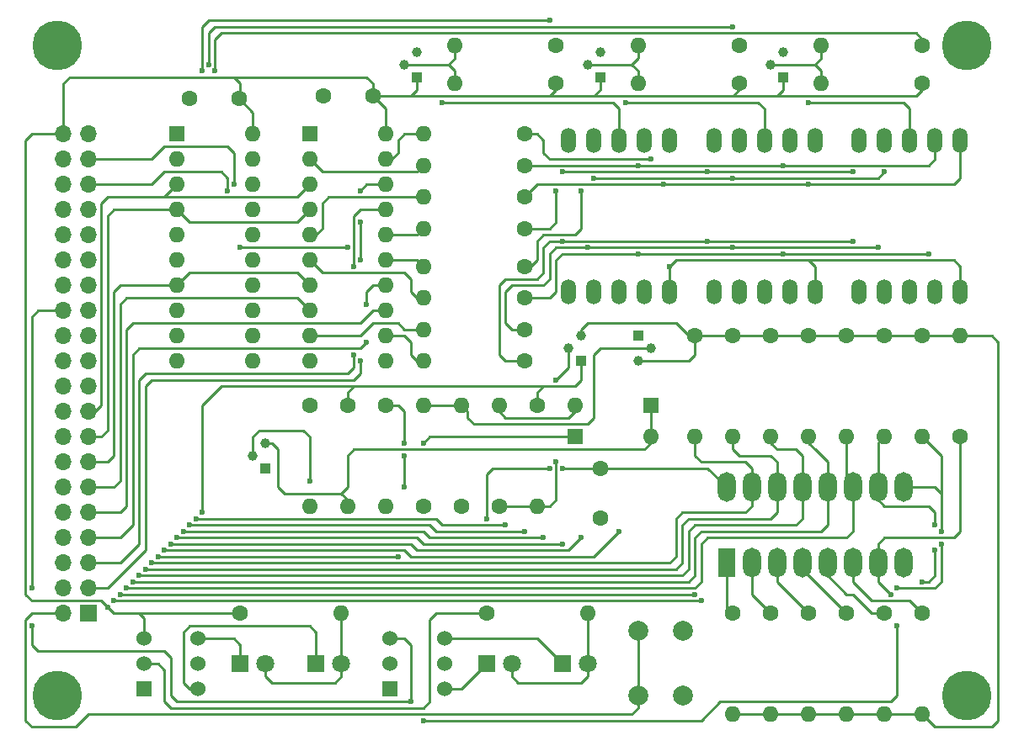
<source format=gtl>
G04 #@! TF.FileFunction,Copper,L1,Top,Signal*
%FSLAX46Y46*%
G04 Gerber Fmt 4.6, Leading zero omitted, Abs format (unit mm)*
G04 Created by KiCad (PCBNEW 4.0.7) date 01/07/20 16:11:13*
%MOMM*%
%LPD*%
G01*
G04 APERTURE LIST*
%ADD10C,0.100000*%
%ADD11R,1.700000X1.700000*%
%ADD12O,1.700000X1.700000*%
%ADD13C,5.000000*%
%ADD14C,1.600000*%
%ADD15O,1.524000X2.524000*%
%ADD16R,1.800000X1.800000*%
%ADD17C,1.800000*%
%ADD18C,1.000000*%
%ADD19R,1.000000X1.000000*%
%ADD20O,1.600000X1.600000*%
%ADD21C,2.000000*%
%ADD22R,1.600000X1.600000*%
%ADD23C,1.524000*%
%ADD24R,1.524000X1.524000*%
%ADD25R,1.800000X3.000000*%
%ADD26O,1.800000X3.000000*%
%ADD27C,0.600000*%
%ADD28C,0.250000*%
G04 APERTURE END LIST*
D10*
D11*
X107315000Y-132080000D03*
D12*
X104775000Y-132080000D03*
X107315000Y-129540000D03*
X104775000Y-129540000D03*
X107315000Y-127000000D03*
X104775000Y-127000000D03*
X107315000Y-124460000D03*
X104775000Y-124460000D03*
X107315000Y-121920000D03*
X104775000Y-121920000D03*
X107315000Y-119380000D03*
X104775000Y-119380000D03*
X107315000Y-116840000D03*
X104775000Y-116840000D03*
X107315000Y-114300000D03*
X104775000Y-114300000D03*
X107315000Y-111760000D03*
X104775000Y-111760000D03*
X107315000Y-109220000D03*
X104775000Y-109220000D03*
X107315000Y-106680000D03*
X104775000Y-106680000D03*
X107315000Y-104140000D03*
X104775000Y-104140000D03*
X107315000Y-101600000D03*
X104775000Y-101600000D03*
X107315000Y-99060000D03*
X104775000Y-99060000D03*
X107315000Y-96520000D03*
X104775000Y-96520000D03*
X107315000Y-93980000D03*
X104775000Y-93980000D03*
X107315000Y-91440000D03*
X104775000Y-91440000D03*
X107315000Y-88900000D03*
X104775000Y-88900000D03*
X107315000Y-86360000D03*
X104775000Y-86360000D03*
X107315000Y-83820000D03*
X104775000Y-83820000D03*
D13*
X104140000Y-140335000D03*
X195580000Y-140335000D03*
X195580000Y-74930000D03*
X104140000Y-74930000D03*
D14*
X135890000Y-80010000D03*
X130890000Y-80010000D03*
X122428000Y-80264000D03*
X117428000Y-80264000D03*
X158750000Y-117475000D03*
X158750000Y-122475000D03*
D15*
X155575000Y-99695000D03*
X158115000Y-99695000D03*
X160655000Y-99695000D03*
X163195000Y-99695000D03*
X165735000Y-99695000D03*
X165735000Y-84455000D03*
X163195000Y-84455000D03*
X160655000Y-84455000D03*
X158115000Y-84455000D03*
X155575000Y-84455000D03*
X170180000Y-99695000D03*
X172720000Y-99695000D03*
X175260000Y-99695000D03*
X177800000Y-99695000D03*
X180340000Y-99695000D03*
X180340000Y-84455000D03*
X177800000Y-84455000D03*
X175260000Y-84455000D03*
X172720000Y-84455000D03*
X170180000Y-84455000D03*
D16*
X154940000Y-137160000D03*
D17*
X157480000Y-137160000D03*
D18*
X139065000Y-76835000D03*
X140335000Y-75565000D03*
D19*
X140335000Y-78105000D03*
D18*
X157480000Y-76835000D03*
X158750000Y-75565000D03*
D19*
X158750000Y-78105000D03*
D18*
X175895000Y-76835000D03*
X177165000Y-75565000D03*
D19*
X177165000Y-78105000D03*
D18*
X123825000Y-116205000D03*
X125095000Y-114935000D03*
D19*
X125095000Y-117475000D03*
D18*
X155575000Y-105410000D03*
X156845000Y-104140000D03*
D19*
X156845000Y-106680000D03*
D14*
X151130000Y-86995000D03*
D20*
X140970000Y-86995000D03*
D14*
X151130000Y-90170000D03*
D20*
X140970000Y-90170000D03*
D14*
X151130000Y-100330000D03*
D20*
X140970000Y-100330000D03*
D14*
X151130000Y-103505000D03*
D20*
X140970000Y-103505000D03*
D14*
X151130000Y-106680000D03*
D20*
X140970000Y-106680000D03*
D14*
X151130000Y-97155000D03*
D20*
X140970000Y-97155000D03*
D14*
X151130000Y-93345000D03*
D20*
X140970000Y-93345000D03*
D14*
X151130000Y-83820000D03*
D20*
X140970000Y-83820000D03*
D14*
X172720000Y-78740000D03*
D20*
X162560000Y-78740000D03*
D14*
X172720000Y-74930000D03*
D20*
X162560000Y-74930000D03*
D14*
X191135000Y-78740000D03*
D20*
X180975000Y-78740000D03*
D14*
X191135000Y-74930000D03*
D20*
X180975000Y-74930000D03*
D14*
X172085000Y-132080000D03*
D20*
X172085000Y-142240000D03*
D14*
X175895000Y-132080000D03*
D20*
X175895000Y-142240000D03*
D14*
X179705000Y-132080000D03*
D20*
X179705000Y-142240000D03*
D14*
X183515000Y-132080000D03*
D20*
X183515000Y-142240000D03*
D14*
X187325000Y-132080000D03*
D20*
X187325000Y-142240000D03*
D14*
X191135000Y-132080000D03*
D20*
X191135000Y-142240000D03*
D14*
X168275000Y-104140000D03*
D20*
X168275000Y-114300000D03*
D14*
X172085000Y-104140000D03*
D20*
X172085000Y-114300000D03*
D14*
X175895000Y-104140000D03*
D20*
X175895000Y-114300000D03*
D14*
X179705000Y-104140000D03*
D20*
X179705000Y-114300000D03*
D14*
X183515000Y-104140000D03*
D20*
X183515000Y-114300000D03*
D14*
X187325000Y-104140000D03*
D20*
X187325000Y-114300000D03*
D14*
X191135000Y-104140000D03*
D20*
X191135000Y-114300000D03*
D14*
X194945000Y-114300000D03*
D20*
X194945000Y-104140000D03*
D21*
X167060000Y-140335000D03*
X162560000Y-140335000D03*
X167060000Y-133835000D03*
X162560000Y-133835000D03*
D22*
X129540000Y-83820000D03*
D20*
X137160000Y-106680000D03*
X129540000Y-86360000D03*
X137160000Y-104140000D03*
X129540000Y-88900000D03*
X137160000Y-101600000D03*
X129540000Y-91440000D03*
X137160000Y-99060000D03*
X129540000Y-93980000D03*
X137160000Y-96520000D03*
X129540000Y-96520000D03*
X137160000Y-93980000D03*
X129540000Y-99060000D03*
X137160000Y-91440000D03*
X129540000Y-101600000D03*
X137160000Y-88900000D03*
X129540000Y-104140000D03*
X137160000Y-86360000D03*
X129540000Y-106680000D03*
X137160000Y-83820000D03*
D14*
X154305000Y-78740000D03*
D20*
X144145000Y-78740000D03*
D14*
X154305000Y-74930000D03*
D20*
X144145000Y-74930000D03*
D14*
X147320000Y-132080000D03*
D20*
X157480000Y-132080000D03*
D14*
X122555000Y-132080000D03*
D20*
X132715000Y-132080000D03*
D15*
X184785000Y-99695000D03*
X187325000Y-99695000D03*
X189865000Y-99695000D03*
X192405000Y-99695000D03*
X194945000Y-99695000D03*
X194945000Y-84455000D03*
X192405000Y-84455000D03*
X189865000Y-84455000D03*
X187325000Y-84455000D03*
X184785000Y-84455000D03*
D18*
X163830000Y-105410000D03*
X162560000Y-106680000D03*
D19*
X162560000Y-104140000D03*
D14*
X137160000Y-111125000D03*
D20*
X137160000Y-121285000D03*
D14*
X129540000Y-111125000D03*
D20*
X129540000Y-121285000D03*
D14*
X133350000Y-111125000D03*
D20*
X133350000Y-121285000D03*
D14*
X148590000Y-121285000D03*
D20*
X148590000Y-111125000D03*
D14*
X140970000Y-121285000D03*
D20*
X140970000Y-111125000D03*
D14*
X152400000Y-111125000D03*
D20*
X152400000Y-121285000D03*
D14*
X144780000Y-121285000D03*
D20*
X144780000Y-111125000D03*
D23*
X137610000Y-134620000D03*
X137610000Y-137160000D03*
D24*
X137610000Y-139700000D03*
D23*
X143060000Y-139700000D03*
X143060000Y-137160000D03*
X143060000Y-134620000D03*
X112845000Y-134620000D03*
X112845000Y-137160000D03*
D24*
X112845000Y-139700000D03*
D23*
X118295000Y-139700000D03*
X118295000Y-137160000D03*
X118295000Y-134620000D03*
D22*
X116205000Y-83820000D03*
D20*
X123825000Y-106680000D03*
X116205000Y-86360000D03*
X123825000Y-104140000D03*
X116205000Y-88900000D03*
X123825000Y-101600000D03*
X116205000Y-91440000D03*
X123825000Y-99060000D03*
X116205000Y-93980000D03*
X123825000Y-96520000D03*
X116205000Y-96520000D03*
X123825000Y-93980000D03*
X116205000Y-99060000D03*
X123825000Y-91440000D03*
X116205000Y-101600000D03*
X123825000Y-88900000D03*
X116205000Y-104140000D03*
X123825000Y-86360000D03*
X116205000Y-106680000D03*
X123825000Y-83820000D03*
D16*
X147320000Y-137160000D03*
D17*
X149860000Y-137160000D03*
D16*
X130175000Y-137160000D03*
D17*
X132715000Y-137160000D03*
D16*
X122555000Y-137160000D03*
D17*
X125095000Y-137160000D03*
D22*
X163830000Y-111125000D03*
D20*
X156210000Y-111125000D03*
D22*
X156210000Y-114300000D03*
D20*
X163830000Y-114300000D03*
D25*
X171450000Y-127000000D03*
D26*
X189230000Y-119380000D03*
X173990000Y-127000000D03*
X186690000Y-119380000D03*
X176530000Y-127000000D03*
X184150000Y-119380000D03*
X179070000Y-127000000D03*
X181610000Y-119380000D03*
X181610000Y-127000000D03*
X179070000Y-119380000D03*
X184150000Y-127000000D03*
X176530000Y-119380000D03*
X186690000Y-127000000D03*
X173990000Y-119380000D03*
X189230000Y-127000000D03*
X171450000Y-119380000D03*
D27*
X109220000Y-131445000D03*
X118745000Y-121920000D03*
X169545000Y-94615000D03*
X154940000Y-94615000D03*
X184150000Y-94615000D03*
X172085000Y-95250000D03*
X186690000Y-95250000D03*
X157480000Y-95250000D03*
X142875000Y-80645000D03*
X191770000Y-95885000D03*
X177165000Y-95885000D03*
X162560000Y-95885000D03*
X179705000Y-88900000D03*
X165100000Y-88900000D03*
X177165000Y-86995000D03*
X162560000Y-86995000D03*
X158115000Y-88265000D03*
X156845000Y-89535000D03*
X187325000Y-87630000D03*
X172085000Y-88265000D03*
X154940000Y-87630000D03*
X154305000Y-89535000D03*
X184150000Y-87630000D03*
X169545000Y-87630000D03*
X161290000Y-80645000D03*
X134620000Y-89535000D03*
X134620000Y-92710000D03*
X134620000Y-96520000D03*
X134620000Y-106680000D03*
X133985000Y-97155000D03*
X133985000Y-106045000D03*
X135255000Y-100965000D03*
X135255000Y-104775000D03*
X168910000Y-130810000D03*
X193040000Y-123825000D03*
X193040000Y-125095000D03*
X109855000Y-130810000D03*
X188595000Y-129540000D03*
X168275000Y-130175000D03*
X110490000Y-130175000D03*
X192405000Y-123190000D03*
X192405000Y-125730000D03*
X191135000Y-128905000D03*
X138430000Y-126365000D03*
X139065000Y-119380000D03*
X139065000Y-116205000D03*
X114300000Y-126365000D03*
X139065000Y-114935000D03*
X101600000Y-129540000D03*
X101600000Y-133350000D03*
X139700000Y-140970000D03*
X188595000Y-133350000D03*
X140970000Y-142875000D03*
X187960000Y-130175000D03*
X160655000Y-123825000D03*
X114935000Y-125730000D03*
X115570000Y-125095000D03*
X156845000Y-124460000D03*
X116205000Y-124460000D03*
X154940000Y-125095000D03*
X116840000Y-123825000D03*
X153035000Y-124460000D03*
X117475000Y-123190000D03*
X151130000Y-123825000D03*
X121920000Y-88900000D03*
X122555000Y-95250000D03*
X133350000Y-95250000D03*
X149225000Y-123190000D03*
X118110000Y-122555000D03*
X129540000Y-118745000D03*
X153670000Y-72390000D03*
X118745000Y-77470000D03*
X165735000Y-97155000D03*
X163830000Y-86360000D03*
X179705000Y-80645000D03*
X147320000Y-122555000D03*
X154940000Y-117475000D03*
X153670000Y-117475000D03*
X111125000Y-129540000D03*
X111760000Y-128905000D03*
X112395000Y-128270000D03*
X113030000Y-127635000D03*
X113665000Y-127000000D03*
X121285000Y-89535000D03*
X154305000Y-108585000D03*
X154305000Y-116840000D03*
X172085000Y-73025000D03*
X119380000Y-76835000D03*
X120015000Y-77470000D03*
X140970000Y-114935000D03*
D28*
X133985000Y-109220000D02*
X120650000Y-109220000D01*
X118745000Y-111125000D02*
X118745000Y-121920000D01*
X120650000Y-109220000D02*
X118745000Y-111125000D01*
X100965000Y-127635000D02*
X100965000Y-84455000D01*
X100965000Y-84455000D02*
X101600000Y-83820000D01*
X101600000Y-83820000D02*
X104775000Y-83820000D01*
X102235000Y-130810000D02*
X101600000Y-130810000D01*
X109220000Y-131445000D02*
X108585000Y-130810000D01*
X108585000Y-130810000D02*
X102235000Y-130810000D01*
X100965000Y-130175000D02*
X100965000Y-127635000D01*
X101600000Y-130810000D02*
X100965000Y-130175000D01*
X109855000Y-132080000D02*
X109220000Y-131445000D01*
X112395000Y-132080000D02*
X109855000Y-132080000D01*
X112395000Y-132080000D02*
X113665000Y-132080000D01*
X112845000Y-132900000D02*
X112845000Y-132530000D01*
X112845000Y-132530000D02*
X112395000Y-132080000D01*
X153035000Y-109220000D02*
X133985000Y-109220000D01*
X133350000Y-109855000D02*
X133350000Y-111125000D01*
X133985000Y-109220000D02*
X133350000Y-109855000D01*
X152400000Y-111125000D02*
X152400000Y-109855000D01*
X156845000Y-108585000D02*
X156845000Y-106680000D01*
X156210000Y-109220000D02*
X156845000Y-108585000D01*
X153035000Y-109220000D02*
X156210000Y-109220000D01*
X152400000Y-109855000D02*
X153035000Y-109220000D01*
X112845000Y-134620000D02*
X112845000Y-132900000D01*
X113665000Y-132080000D02*
X115570000Y-132080000D01*
X122555000Y-132080000D02*
X115570000Y-132080000D01*
X138430000Y-80010000D02*
X135890000Y-80010000D01*
X137160000Y-83820000D02*
X137160000Y-81280000D01*
X137160000Y-81280000D02*
X135890000Y-80010000D01*
X123825000Y-83820000D02*
X123825000Y-81661000D01*
X123825000Y-81661000D02*
X122428000Y-80264000D01*
X120015000Y-78105000D02*
X105410000Y-78105000D01*
X105410000Y-78105000D02*
X104775000Y-78740000D01*
X104775000Y-78740000D02*
X104775000Y-83820000D01*
X121920000Y-78105000D02*
X120015000Y-78105000D01*
X138430000Y-80010000D02*
X139700000Y-80010000D01*
X140335000Y-79375000D02*
X139700000Y-80010000D01*
X140335000Y-78105000D02*
X140335000Y-79375000D01*
X140970000Y-80010000D02*
X139700000Y-80010000D01*
X140970000Y-80010000D02*
X153670000Y-80010000D01*
X135255000Y-78105000D02*
X135890000Y-78740000D01*
X135890000Y-78740000D02*
X135890000Y-80010000D01*
X121920000Y-78105000D02*
X122555000Y-78740000D01*
X122555000Y-78740000D02*
X122555000Y-80137000D01*
X122555000Y-80137000D02*
X122428000Y-80264000D01*
X135255000Y-78105000D02*
X121920000Y-78105000D01*
X177165000Y-79375000D02*
X176530000Y-80010000D01*
X158750000Y-79375000D02*
X158115000Y-80010000D01*
X154305000Y-78740000D02*
X154305000Y-79375000D01*
X154305000Y-79375000D02*
X153670000Y-80010000D01*
X153670000Y-80010000D02*
X158115000Y-80010000D01*
X158115000Y-80010000D02*
X159385000Y-80010000D01*
X172720000Y-78740000D02*
X172720000Y-79375000D01*
X172720000Y-79375000D02*
X172085000Y-80010000D01*
X158750000Y-78105000D02*
X158750000Y-79375000D01*
X159385000Y-80010000D02*
X172085000Y-80010000D01*
X172085000Y-80010000D02*
X176530000Y-80010000D01*
X176530000Y-80010000D02*
X177800000Y-80010000D01*
X177165000Y-78105000D02*
X177165000Y-79375000D01*
X190500000Y-80010000D02*
X191135000Y-79375000D01*
X177800000Y-80010000D02*
X190500000Y-80010000D01*
X191135000Y-79375000D02*
X191135000Y-78740000D01*
X151765000Y-98425000D02*
X152400000Y-98425000D01*
X153035000Y-95250000D02*
X153670000Y-94615000D01*
X153035000Y-97790000D02*
X153035000Y-95250000D01*
X152400000Y-98425000D02*
X153035000Y-97790000D01*
X149225000Y-98425000D02*
X148590000Y-99060000D01*
X151765000Y-98425000D02*
X149225000Y-98425000D01*
X148590000Y-106045000D02*
X149225000Y-106680000D01*
X148590000Y-106045000D02*
X148590000Y-99060000D01*
X151130000Y-106680000D02*
X149225000Y-106680000D01*
X153670000Y-94615000D02*
X154940000Y-94615000D01*
X154940000Y-94615000D02*
X169545000Y-94615000D01*
X169545000Y-94615000D02*
X184150000Y-94615000D01*
X152400000Y-99060000D02*
X153035000Y-99060000D01*
X153670000Y-95885000D02*
X154305000Y-95250000D01*
X153670000Y-98425000D02*
X153670000Y-95885000D01*
X153035000Y-99060000D02*
X153670000Y-98425000D01*
X149860000Y-99060000D02*
X149225000Y-99695000D01*
X152400000Y-99060000D02*
X149860000Y-99060000D01*
X182880000Y-95250000D02*
X186690000Y-95250000D01*
X157480000Y-95250000D02*
X172085000Y-95250000D01*
X172085000Y-95250000D02*
X182880000Y-95250000D01*
X151130000Y-103505000D02*
X149860000Y-103505000D01*
X149225000Y-102870000D02*
X149225000Y-99695000D01*
X149860000Y-103505000D02*
X149225000Y-102870000D01*
X154305000Y-95250000D02*
X157480000Y-95250000D01*
X160655000Y-81280000D02*
X160655000Y-84455000D01*
X160020000Y-80645000D02*
X160655000Y-81280000D01*
X142875000Y-80645000D02*
X160020000Y-80645000D01*
X153035000Y-100330000D02*
X153670000Y-100330000D01*
X154305000Y-96520000D02*
X154940000Y-95885000D01*
X154305000Y-99695000D02*
X154305000Y-96520000D01*
X153670000Y-100330000D02*
X154305000Y-99695000D01*
X177165000Y-95885000D02*
X191770000Y-95885000D01*
X162560000Y-95885000D02*
X177165000Y-95885000D01*
X151130000Y-100330000D02*
X153035000Y-100330000D01*
X154940000Y-95885000D02*
X162560000Y-95885000D01*
X163195000Y-88900000D02*
X152400000Y-88900000D01*
X165100000Y-88900000D02*
X163195000Y-88900000D01*
X152400000Y-88900000D02*
X151130000Y-90170000D01*
X179705000Y-88900000D02*
X194310000Y-88900000D01*
X194945000Y-88265000D02*
X194945000Y-84455000D01*
X194310000Y-88900000D02*
X194945000Y-88265000D01*
X165100000Y-88900000D02*
X179705000Y-88900000D01*
X151130000Y-86995000D02*
X162560000Y-86995000D01*
X162560000Y-86995000D02*
X177165000Y-86995000D01*
X177165000Y-86995000D02*
X191770000Y-86995000D01*
X192405000Y-86360000D02*
X192405000Y-84455000D01*
X191770000Y-86995000D02*
X192405000Y-86360000D01*
X187325000Y-87630000D02*
X186690000Y-88265000D01*
X172085000Y-88265000D02*
X186690000Y-88265000D01*
X158115000Y-88265000D02*
X172085000Y-88265000D01*
X156845000Y-93345000D02*
X156210000Y-93980000D01*
X156845000Y-89535000D02*
X156845000Y-93345000D01*
X151130000Y-97155000D02*
X151765000Y-97155000D01*
X151765000Y-97155000D02*
X152400000Y-96520000D01*
X152400000Y-96520000D02*
X152400000Y-94615000D01*
X152400000Y-94615000D02*
X153035000Y-93980000D01*
X153035000Y-93980000D02*
X156210000Y-93980000D01*
X154940000Y-87630000D02*
X169545000Y-87630000D01*
X153670000Y-93345000D02*
X151130000Y-93345000D01*
X154305000Y-89535000D02*
X154305000Y-92710000D01*
X153670000Y-93345000D02*
X154305000Y-92710000D01*
X169545000Y-87630000D02*
X184150000Y-87630000D01*
X175260000Y-81280000D02*
X175260000Y-84455000D01*
X174625000Y-80645000D02*
X175260000Y-81280000D01*
X161290000Y-80645000D02*
X174625000Y-80645000D01*
X143060000Y-134620000D02*
X152400000Y-134620000D01*
X152400000Y-134620000D02*
X154940000Y-137160000D01*
X157480000Y-137160000D02*
X157480000Y-132080000D01*
X151130000Y-139065000D02*
X150495000Y-139065000D01*
X151130000Y-139065000D02*
X156845000Y-139065000D01*
X156845000Y-139065000D02*
X157480000Y-138430000D01*
X157480000Y-137160000D02*
X157480000Y-138430000D01*
X149860000Y-138430000D02*
X149860000Y-137160000D01*
X150495000Y-139065000D02*
X149860000Y-138430000D01*
X118295000Y-134620000D02*
X121920000Y-134620000D01*
X122555000Y-135255000D02*
X122555000Y-137160000D01*
X121920000Y-134620000D02*
X122555000Y-135255000D01*
X114935000Y-142240000D02*
X107315000Y-142240000D01*
X162560000Y-141605000D02*
X161925000Y-142240000D01*
X161925000Y-142240000D02*
X114935000Y-142240000D01*
X162560000Y-140335000D02*
X162560000Y-141605000D01*
X101600000Y-132080000D02*
X104775000Y-132080000D01*
X100965000Y-132715000D02*
X101600000Y-132080000D01*
X100965000Y-142875000D02*
X100965000Y-132715000D01*
X101600000Y-143510000D02*
X100965000Y-142875000D01*
X106045000Y-143510000D02*
X101600000Y-143510000D01*
X107315000Y-142240000D02*
X106045000Y-143510000D01*
X162560000Y-133835000D02*
X162560000Y-140335000D01*
X113030000Y-125095000D02*
X113030000Y-125730000D01*
X109220000Y-129540000D02*
X107315000Y-129540000D01*
X113030000Y-125730000D02*
X109220000Y-129540000D01*
X133985000Y-108585000D02*
X134620000Y-107950000D01*
X135255000Y-88900000D02*
X137160000Y-88900000D01*
X134620000Y-89535000D02*
X135255000Y-88900000D01*
X134620000Y-96520000D02*
X134620000Y-92710000D01*
X134620000Y-107950000D02*
X134620000Y-106680000D01*
X113665000Y-108585000D02*
X133985000Y-108585000D01*
X113030000Y-125095000D02*
X113030000Y-109220000D01*
X113030000Y-109220000D02*
X113665000Y-108585000D01*
X112395000Y-124460000D02*
X112395000Y-125095000D01*
X110490000Y-127000000D02*
X109855000Y-127000000D01*
X112395000Y-125095000D02*
X110490000Y-127000000D01*
X133350000Y-107950000D02*
X133985000Y-107315000D01*
X134620000Y-91440000D02*
X135255000Y-91440000D01*
X133985000Y-92075000D02*
X134620000Y-91440000D01*
X133985000Y-97155000D02*
X133985000Y-92075000D01*
X133985000Y-107315000D02*
X133985000Y-106045000D01*
X107315000Y-127000000D02*
X109855000Y-127000000D01*
X135255000Y-91440000D02*
X137160000Y-91440000D01*
X113030000Y-107950000D02*
X133350000Y-107950000D01*
X112395000Y-108585000D02*
X113030000Y-107950000D01*
X112395000Y-124460000D02*
X112395000Y-108585000D01*
X111760000Y-123190000D02*
X110490000Y-124460000D01*
X107315000Y-124460000D02*
X110490000Y-124460000D01*
X135890000Y-99060000D02*
X137160000Y-99060000D01*
X135255000Y-99695000D02*
X135890000Y-99060000D01*
X135255000Y-100965000D02*
X135255000Y-99695000D01*
X134620000Y-105410000D02*
X135255000Y-104775000D01*
X112395000Y-105410000D02*
X134620000Y-105410000D01*
X111760000Y-106045000D02*
X112395000Y-105410000D01*
X111760000Y-123190000D02*
X111760000Y-106045000D01*
X189230000Y-119380000D02*
X192405000Y-119380000D01*
X192405000Y-119380000D02*
X193040000Y-120015000D01*
X191135000Y-129540000D02*
X192405000Y-129540000D01*
X193040000Y-116205000D02*
X191770000Y-114935000D01*
X193040000Y-123825000D02*
X193040000Y-120015000D01*
X193040000Y-120015000D02*
X193040000Y-116205000D01*
X193040000Y-128905000D02*
X193040000Y-125095000D01*
X192405000Y-129540000D02*
X193040000Y-128905000D01*
X191770000Y-114935000D02*
X191135000Y-114300000D01*
X120015000Y-130810000D02*
X168910000Y-130810000D01*
X109855000Y-130810000D02*
X120015000Y-130810000D01*
X188595000Y-129540000D02*
X191135000Y-129540000D01*
X127635000Y-102870000D02*
X134620000Y-102870000D01*
X110490000Y-121920000D02*
X111125000Y-121285000D01*
X111125000Y-121285000D02*
X111125000Y-103505000D01*
X111125000Y-103505000D02*
X111760000Y-102870000D01*
X111760000Y-102870000D02*
X127635000Y-102870000D01*
X107315000Y-121920000D02*
X110490000Y-121920000D01*
X135890000Y-101600000D02*
X137160000Y-101600000D01*
X134620000Y-102870000D02*
X135890000Y-101600000D01*
X110490000Y-130175000D02*
X119380000Y-130175000D01*
X119380000Y-130175000D02*
X168275000Y-130175000D01*
X186690000Y-119380000D02*
X186690000Y-114935000D01*
X186690000Y-114935000D02*
X187325000Y-114300000D01*
X187325000Y-121285000D02*
X186690000Y-120650000D01*
X191770000Y-121285000D02*
X187325000Y-121285000D01*
X192405000Y-121920000D02*
X191770000Y-121285000D01*
X192405000Y-123190000D02*
X192405000Y-121920000D01*
X192405000Y-128270000D02*
X192405000Y-125730000D01*
X191770000Y-128905000D02*
X192405000Y-128270000D01*
X191135000Y-128905000D02*
X191770000Y-128905000D01*
X186690000Y-120650000D02*
X186690000Y-119380000D01*
X187325000Y-118745000D02*
X186690000Y-119380000D01*
X186690000Y-119380000D02*
X186690000Y-118745000D01*
X107315000Y-119380000D02*
X109855000Y-119380000D01*
X128270000Y-100330000D02*
X129540000Y-101600000D01*
X111125000Y-100330000D02*
X128270000Y-100330000D01*
X110490000Y-100965000D02*
X111125000Y-100330000D01*
X110490000Y-118745000D02*
X110490000Y-100965000D01*
X109855000Y-119380000D02*
X110490000Y-118745000D01*
X107315000Y-116840000D02*
X109220000Y-116840000D01*
X110490000Y-99060000D02*
X116205000Y-99060000D01*
X109855000Y-99695000D02*
X110490000Y-99060000D01*
X109855000Y-116205000D02*
X109855000Y-99695000D01*
X109220000Y-116840000D02*
X109855000Y-116205000D01*
X116205000Y-99060000D02*
X117475000Y-97790000D01*
X128270000Y-97790000D02*
X129540000Y-99060000D01*
X117475000Y-97790000D02*
X128270000Y-97790000D01*
X116205000Y-91440000D02*
X117475000Y-92710000D01*
X128270000Y-92710000D02*
X129540000Y-91440000D01*
X117475000Y-92710000D02*
X128270000Y-92710000D01*
X107315000Y-114300000D02*
X108585000Y-114300000D01*
X109855000Y-91440000D02*
X116205000Y-91440000D01*
X109220000Y-92075000D02*
X109855000Y-91440000D01*
X109220000Y-113665000D02*
X109220000Y-92075000D01*
X108585000Y-114300000D02*
X109220000Y-113665000D01*
X114935000Y-90170000D02*
X128270000Y-90170000D01*
X128270000Y-90170000D02*
X129540000Y-88900000D01*
X116205000Y-88900000D02*
X114935000Y-90170000D01*
X109220000Y-90170000D02*
X108585000Y-90805000D01*
X114935000Y-90170000D02*
X109220000Y-90170000D01*
X107315000Y-111760000D02*
X107950000Y-111760000D01*
X107950000Y-111760000D02*
X108585000Y-111125000D01*
X108585000Y-111125000D02*
X108585000Y-90805000D01*
X139065000Y-119380000D02*
X139065000Y-116205000D01*
X118110000Y-126365000D02*
X138430000Y-126365000D01*
X114300000Y-126365000D02*
X118110000Y-126365000D01*
X138430000Y-111125000D02*
X137160000Y-111125000D01*
X139065000Y-111760000D02*
X138430000Y-111125000D01*
X139065000Y-114935000D02*
X139065000Y-111760000D01*
X139700000Y-140970000D02*
X116205000Y-140970000D01*
X102235000Y-101600000D02*
X104775000Y-101600000D01*
X101600000Y-102235000D02*
X102235000Y-101600000D01*
X101600000Y-129540000D02*
X101600000Y-102235000D01*
X101600000Y-135255000D02*
X101600000Y-133350000D01*
X102235000Y-135890000D02*
X101600000Y-135255000D01*
X114935000Y-135890000D02*
X102235000Y-135890000D01*
X115570000Y-136525000D02*
X114935000Y-135890000D01*
X115570000Y-140335000D02*
X115570000Y-136525000D01*
X116205000Y-140970000D02*
X115570000Y-140335000D01*
X139700000Y-135255000D02*
X139065000Y-134620000D01*
X139700000Y-140970000D02*
X139700000Y-135255000D01*
X188595000Y-139700000D02*
X188595000Y-140335000D01*
X187960000Y-140970000D02*
X170815000Y-140970000D01*
X188595000Y-140335000D02*
X187960000Y-140970000D01*
X188595000Y-133350000D02*
X188595000Y-139700000D01*
X161290000Y-142875000D02*
X168910000Y-142875000D01*
X140970000Y-142875000D02*
X161290000Y-142875000D01*
X137610000Y-134620000D02*
X138430000Y-134620000D01*
X139065000Y-134620000D02*
X138430000Y-134620000D01*
X168910000Y-142875000D02*
X170815000Y-140970000D01*
X186690000Y-128905000D02*
X186690000Y-127000000D01*
X187960000Y-130175000D02*
X186690000Y-128905000D01*
X186690000Y-127000000D02*
X186690000Y-125095000D01*
X194945000Y-123825000D02*
X194945000Y-114300000D01*
X194310000Y-124460000D02*
X194945000Y-123825000D01*
X187325000Y-124460000D02*
X194310000Y-124460000D01*
X186690000Y-125095000D02*
X187325000Y-124460000D01*
X160655000Y-123825000D02*
X158115000Y-126365000D01*
X158115000Y-126365000D02*
X153035000Y-126365000D01*
X121285000Y-125730000D02*
X139065000Y-125730000D01*
X114935000Y-125730000D02*
X121285000Y-125730000D01*
X139700000Y-126365000D02*
X153035000Y-126365000D01*
X139065000Y-125730000D02*
X139700000Y-126365000D01*
X187325000Y-130810000D02*
X186055000Y-130810000D01*
X186055000Y-130810000D02*
X184785000Y-129540000D01*
X187325000Y-130810000D02*
X189865000Y-130810000D01*
X191135000Y-132080000D02*
X189865000Y-130810000D01*
X184150000Y-127000000D02*
X184150000Y-128905000D01*
X184150000Y-128905000D02*
X184785000Y-129540000D01*
X139700000Y-125095000D02*
X140335000Y-125730000D01*
X140335000Y-125730000D02*
X152400000Y-125730000D01*
X115570000Y-125095000D02*
X119380000Y-125095000D01*
X119380000Y-125095000D02*
X139700000Y-125095000D01*
X155575000Y-125730000D02*
X152400000Y-125730000D01*
X156845000Y-124460000D02*
X155575000Y-125730000D01*
X187325000Y-132080000D02*
X186055000Y-132080000D01*
X186055000Y-132080000D02*
X184150000Y-130175000D01*
X181610000Y-127000000D02*
X181610000Y-128270000D01*
X181610000Y-128270000D02*
X183515000Y-130175000D01*
X183515000Y-130175000D02*
X184150000Y-130175000D01*
X140335000Y-124460000D02*
X140970000Y-125095000D01*
X140970000Y-125095000D02*
X151765000Y-125095000D01*
X116205000Y-124460000D02*
X118110000Y-124460000D01*
X118110000Y-124460000D02*
X140335000Y-124460000D01*
X154940000Y-125095000D02*
X151765000Y-125095000D01*
X179070000Y-127000000D02*
X179070000Y-127635000D01*
X179070000Y-127635000D02*
X183515000Y-132080000D01*
X140970000Y-123825000D02*
X141605000Y-124460000D01*
X141605000Y-124460000D02*
X151130000Y-124460000D01*
X116840000Y-123825000D02*
X118110000Y-123825000D01*
X118110000Y-123825000D02*
X140970000Y-123825000D01*
X153035000Y-124460000D02*
X151130000Y-124460000D01*
X176530000Y-127000000D02*
X176530000Y-128905000D01*
X176530000Y-128905000D02*
X179705000Y-132080000D01*
X141605000Y-123190000D02*
X142240000Y-123825000D01*
X142240000Y-123825000D02*
X150495000Y-123825000D01*
X117475000Y-123190000D02*
X141605000Y-123190000D01*
X151130000Y-123825000D02*
X150495000Y-123825000D01*
X173990000Y-127000000D02*
X173990000Y-130175000D01*
X173990000Y-130175000D02*
X175895000Y-132080000D01*
X121920000Y-88900000D02*
X121920000Y-85725000D01*
X133350000Y-95250000D02*
X122555000Y-95250000D01*
X121920000Y-85725000D02*
X121285000Y-85090000D01*
X121285000Y-85090000D02*
X118110000Y-85090000D01*
X107315000Y-86360000D02*
X113665000Y-86360000D01*
X114935000Y-85090000D02*
X118110000Y-85090000D01*
X113665000Y-86360000D02*
X114935000Y-85090000D01*
X118110000Y-122555000D02*
X142240000Y-122555000D01*
X142240000Y-122555000D02*
X142875000Y-123190000D01*
X142875000Y-123190000D02*
X149225000Y-123190000D01*
X171450000Y-127000000D02*
X171450000Y-131445000D01*
X171450000Y-131445000D02*
X172085000Y-132080000D01*
X143510000Y-76835000D02*
X144145000Y-77470000D01*
X144145000Y-77470000D02*
X144145000Y-78740000D01*
X144145000Y-74930000D02*
X144145000Y-76200000D01*
X143510000Y-76835000D02*
X139065000Y-76835000D01*
X144145000Y-76200000D02*
X143510000Y-76835000D01*
X161925000Y-76835000D02*
X162560000Y-77470000D01*
X161925000Y-76835000D02*
X162560000Y-76200000D01*
X162560000Y-77470000D02*
X162560000Y-78740000D01*
X157480000Y-76835000D02*
X161925000Y-76835000D01*
X162560000Y-76200000D02*
X162560000Y-74930000D01*
X180975000Y-78740000D02*
X180975000Y-77470000D01*
X180975000Y-77470000D02*
X180340000Y-76835000D01*
X175895000Y-76835000D02*
X180340000Y-76835000D01*
X180975000Y-76200000D02*
X180975000Y-74930000D01*
X180340000Y-76835000D02*
X180975000Y-76200000D01*
X123825000Y-116205000D02*
X123825000Y-114300000D01*
X123825000Y-114300000D02*
X124460000Y-113665000D01*
X124460000Y-113665000D02*
X128905000Y-113665000D01*
X128905000Y-113665000D02*
X129540000Y-114300000D01*
X129540000Y-114300000D02*
X129540000Y-118745000D01*
X137160000Y-121920000D02*
X137160000Y-121285000D01*
X137160000Y-120650000D02*
X137160000Y-121285000D01*
X137160000Y-104140000D02*
X139065000Y-104140000D01*
X139700000Y-106045000D02*
X140335000Y-106680000D01*
X139700000Y-104775000D02*
X139700000Y-106045000D01*
X139065000Y-104140000D02*
X139700000Y-104775000D01*
X140335000Y-106680000D02*
X140970000Y-106680000D01*
X137160000Y-96520000D02*
X140335000Y-96520000D01*
X140335000Y-96520000D02*
X140970000Y-97155000D01*
X137160000Y-93980000D02*
X140335000Y-93980000D01*
X140335000Y-93980000D02*
X140970000Y-93345000D01*
X137160000Y-86360000D02*
X137795000Y-86360000D01*
X137795000Y-86360000D02*
X138430000Y-85725000D01*
X138430000Y-85725000D02*
X138430000Y-84455000D01*
X138430000Y-84455000D02*
X139065000Y-83820000D01*
X139065000Y-83820000D02*
X140970000Y-83820000D01*
X153670000Y-72390000D02*
X137795000Y-72390000D01*
X119380000Y-72390000D02*
X137795000Y-72390000D01*
X118745000Y-73025000D02*
X119380000Y-72390000D01*
X118745000Y-77470000D02*
X118745000Y-73025000D01*
X154305000Y-74930000D02*
X154305000Y-74295000D01*
X165735000Y-97155000D02*
X166370000Y-96520000D01*
X151130000Y-83820000D02*
X152400000Y-83820000D01*
X152400000Y-83820000D02*
X153035000Y-84455000D01*
X153035000Y-84455000D02*
X153035000Y-85725000D01*
X153035000Y-85725000D02*
X153670000Y-86360000D01*
X153670000Y-86360000D02*
X163830000Y-86360000D01*
X180340000Y-99695000D02*
X180340000Y-97155000D01*
X180340000Y-97155000D02*
X179705000Y-96520000D01*
X165735000Y-99695000D02*
X165735000Y-97155000D01*
X194945000Y-97155000D02*
X194945000Y-99695000D01*
X194310000Y-96520000D02*
X194945000Y-97155000D01*
X166370000Y-96520000D02*
X179705000Y-96520000D01*
X179705000Y-96520000D02*
X194310000Y-96520000D01*
X189865000Y-81280000D02*
X189865000Y-84455000D01*
X189230000Y-80645000D02*
X189865000Y-81280000D01*
X179705000Y-80645000D02*
X189230000Y-80645000D01*
X147320000Y-122555000D02*
X147320000Y-118110000D01*
X147320000Y-118110000D02*
X147955000Y-117475000D01*
X154940000Y-117475000D02*
X158750000Y-117475000D01*
X147955000Y-117475000D02*
X153670000Y-117475000D01*
X158750000Y-117475000D02*
X169545000Y-117475000D01*
X169545000Y-117475000D02*
X171450000Y-119380000D01*
X114935000Y-140970000D02*
X115570000Y-141605000D01*
X147320000Y-132080000D02*
X142240000Y-132080000D01*
X140970000Y-141605000D02*
X115570000Y-141605000D01*
X141605000Y-140970000D02*
X140970000Y-141605000D01*
X141605000Y-132715000D02*
X141605000Y-140970000D01*
X142240000Y-132080000D02*
X141605000Y-132715000D01*
X114300000Y-137160000D02*
X112845000Y-137160000D01*
X114935000Y-137795000D02*
X114300000Y-137160000D01*
X114935000Y-140970000D02*
X114935000Y-137795000D01*
X143060000Y-139700000D02*
X144780000Y-139700000D01*
X144780000Y-139700000D02*
X147320000Y-137160000D01*
X118295000Y-139700000D02*
X117475000Y-139700000D01*
X130175000Y-133985000D02*
X130175000Y-137160000D01*
X129540000Y-133350000D02*
X130175000Y-133985000D01*
X117475000Y-133350000D02*
X129540000Y-133350000D01*
X116840000Y-133985000D02*
X117475000Y-133350000D01*
X116840000Y-139065000D02*
X116840000Y-133985000D01*
X117475000Y-139700000D02*
X116840000Y-139065000D01*
X132715000Y-137160000D02*
X132715000Y-132080000D01*
X126365000Y-139065000D02*
X125730000Y-139065000D01*
X126365000Y-139065000D02*
X132080000Y-139065000D01*
X132080000Y-139065000D02*
X132715000Y-138430000D01*
X132715000Y-137160000D02*
X132715000Y-138430000D01*
X125095000Y-138430000D02*
X125095000Y-137160000D01*
X125730000Y-139065000D02*
X125095000Y-138430000D01*
X117475000Y-129540000D02*
X168275000Y-129540000D01*
X111125000Y-129540000D02*
X117475000Y-129540000D01*
X184150000Y-123825000D02*
X184150000Y-119380000D01*
X183515000Y-124460000D02*
X184150000Y-123825000D01*
X169545000Y-124460000D02*
X183515000Y-124460000D01*
X168910000Y-125095000D02*
X169545000Y-124460000D01*
X168910000Y-128905000D02*
X168910000Y-125095000D01*
X168275000Y-129540000D02*
X168910000Y-128905000D01*
X183515000Y-114300000D02*
X183515000Y-118745000D01*
X183515000Y-118745000D02*
X184150000Y-119380000D01*
X118745000Y-128905000D02*
X167640000Y-128905000D01*
X111760000Y-128905000D02*
X118745000Y-128905000D01*
X181610000Y-123190000D02*
X181610000Y-119380000D01*
X180975000Y-123825000D02*
X181610000Y-123190000D01*
X168910000Y-123825000D02*
X180975000Y-123825000D01*
X168275000Y-124460000D02*
X168910000Y-123825000D01*
X168275000Y-128270000D02*
X168275000Y-124460000D01*
X167640000Y-128905000D02*
X168275000Y-128270000D01*
X180340000Y-115570000D02*
X181610000Y-116840000D01*
X179705000Y-114300000D02*
X179705000Y-114935000D01*
X179705000Y-114935000D02*
X180340000Y-115570000D01*
X181610000Y-119380000D02*
X181610000Y-116840000D01*
X167005000Y-128270000D02*
X167640000Y-127635000D01*
X167640000Y-127635000D02*
X167640000Y-123825000D01*
X167640000Y-123825000D02*
X168275000Y-123190000D01*
X168275000Y-123190000D02*
X178435000Y-123190000D01*
X178435000Y-123190000D02*
X179070000Y-122555000D01*
X179070000Y-119380000D02*
X179070000Y-122555000D01*
X112395000Y-128270000D02*
X118110000Y-128270000D01*
X118110000Y-128270000D02*
X167005000Y-128270000D01*
X179070000Y-119380000D02*
X179070000Y-116205000D01*
X176530000Y-115570000D02*
X175895000Y-114935000D01*
X178435000Y-115570000D02*
X176530000Y-115570000D01*
X179070000Y-116205000D02*
X178435000Y-115570000D01*
X175895000Y-114935000D02*
X175895000Y-114300000D01*
X118110000Y-127635000D02*
X166370000Y-127635000D01*
X113665000Y-127635000D02*
X118110000Y-127635000D01*
X113030000Y-127635000D02*
X113665000Y-127635000D01*
X176530000Y-121920000D02*
X176530000Y-119380000D01*
X175895000Y-122555000D02*
X176530000Y-121920000D01*
X167640000Y-122555000D02*
X175895000Y-122555000D01*
X167005000Y-123190000D02*
X167640000Y-122555000D01*
X167005000Y-127000000D02*
X167005000Y-123190000D01*
X166370000Y-127635000D02*
X167005000Y-127000000D01*
X176530000Y-119380000D02*
X176530000Y-116840000D01*
X176530000Y-116840000D02*
X175895000Y-116205000D01*
X175895000Y-116205000D02*
X172720000Y-116205000D01*
X172720000Y-116205000D02*
X172085000Y-115570000D01*
X172085000Y-115570000D02*
X172085000Y-114300000D01*
X117475000Y-127000000D02*
X165735000Y-127000000D01*
X114300000Y-127000000D02*
X117475000Y-127000000D01*
X114300000Y-127000000D02*
X113665000Y-127000000D01*
X173990000Y-121285000D02*
X173990000Y-119380000D01*
X173355000Y-121920000D02*
X173990000Y-121285000D01*
X167005000Y-121920000D02*
X173355000Y-121920000D01*
X166370000Y-122555000D02*
X167005000Y-121920000D01*
X166370000Y-126365000D02*
X166370000Y-122555000D01*
X165735000Y-127000000D02*
X166370000Y-126365000D01*
X168275000Y-114300000D02*
X168275000Y-116205000D01*
X173990000Y-117475000D02*
X173990000Y-119380000D01*
X173355000Y-116840000D02*
X173990000Y-117475000D01*
X168910000Y-116840000D02*
X173355000Y-116840000D01*
X168275000Y-116205000D02*
X168910000Y-116840000D01*
X118745000Y-87630000D02*
X120650000Y-87630000D01*
X113665000Y-88900000D02*
X114935000Y-87630000D01*
X114935000Y-87630000D02*
X118745000Y-87630000D01*
X107315000Y-88900000D02*
X113665000Y-88900000D01*
X121285000Y-88265000D02*
X121285000Y-89535000D01*
X120650000Y-87630000D02*
X121285000Y-88265000D01*
X141605000Y-115570000D02*
X133985000Y-115570000D01*
X163195000Y-115570000D02*
X141605000Y-115570000D01*
X163830000Y-114935000D02*
X163195000Y-115570000D01*
X133350000Y-119380000D02*
X132715000Y-120015000D01*
X133350000Y-116205000D02*
X133350000Y-119380000D01*
X133985000Y-115570000D02*
X133350000Y-116205000D01*
X163830000Y-114300000D02*
X163830000Y-114935000D01*
X125095000Y-114935000D02*
X125730000Y-114935000D01*
X125730000Y-114935000D02*
X126365000Y-115570000D01*
X126365000Y-115570000D02*
X126365000Y-119380000D01*
X126365000Y-119380000D02*
X127000000Y-120015000D01*
X127000000Y-120015000D02*
X132715000Y-120015000D01*
X132715000Y-120015000D02*
X133350000Y-120650000D01*
X133350000Y-120650000D02*
X133350000Y-121285000D01*
X163830000Y-114300000D02*
X163830000Y-111125000D01*
X152400000Y-121285000D02*
X153670000Y-121285000D01*
X155575000Y-107315000D02*
X155575000Y-105410000D01*
X154305000Y-108585000D02*
X155575000Y-107315000D01*
X154305000Y-120650000D02*
X154305000Y-116840000D01*
X153670000Y-121285000D02*
X154305000Y-120650000D01*
X148590000Y-121285000D02*
X152400000Y-121285000D01*
X162560000Y-106680000D02*
X167640000Y-106680000D01*
X168275000Y-106045000D02*
X168275000Y-104140000D01*
X167640000Y-106680000D02*
X168275000Y-106045000D01*
X168275000Y-104140000D02*
X167640000Y-104140000D01*
X167640000Y-104140000D02*
X166370000Y-102870000D01*
X156845000Y-103505000D02*
X156845000Y-104140000D01*
X157480000Y-102870000D02*
X156845000Y-103505000D01*
X166370000Y-102870000D02*
X157480000Y-102870000D01*
X198755000Y-142875000D02*
X198755000Y-104775000D01*
X192405000Y-143510000D02*
X198120000Y-143510000D01*
X198120000Y-143510000D02*
X198755000Y-142875000D01*
X191135000Y-142240000D02*
X192405000Y-143510000D01*
X198120000Y-104140000D02*
X194945000Y-104140000D01*
X198755000Y-104775000D02*
X198120000Y-104140000D01*
X191135000Y-104140000D02*
X194945000Y-104140000D01*
X187325000Y-104140000D02*
X191135000Y-104140000D01*
X183515000Y-104140000D02*
X187325000Y-104140000D01*
X179705000Y-104140000D02*
X183515000Y-104140000D01*
X175895000Y-104140000D02*
X179705000Y-104140000D01*
X172085000Y-104140000D02*
X175895000Y-104140000D01*
X168275000Y-104140000D02*
X172085000Y-104140000D01*
X187325000Y-142240000D02*
X191135000Y-142240000D01*
X183515000Y-142240000D02*
X187325000Y-142240000D01*
X179705000Y-142240000D02*
X183515000Y-142240000D01*
X175895000Y-142240000D02*
X179705000Y-142240000D01*
X172085000Y-142240000D02*
X175895000Y-142240000D01*
X154305000Y-113030000D02*
X146050000Y-113030000D01*
X158750000Y-105410000D02*
X158115000Y-106045000D01*
X158115000Y-106045000D02*
X158115000Y-112395000D01*
X158115000Y-112395000D02*
X157480000Y-113030000D01*
X157480000Y-113030000D02*
X154305000Y-113030000D01*
X163830000Y-105410000D02*
X158750000Y-105410000D01*
X145415000Y-111760000D02*
X144780000Y-111125000D01*
X145415000Y-112395000D02*
X145415000Y-111760000D01*
X146050000Y-113030000D02*
X145415000Y-112395000D01*
X144780000Y-111125000D02*
X140970000Y-111125000D01*
X138430000Y-87630000D02*
X140335000Y-87630000D01*
X140335000Y-87630000D02*
X140970000Y-86995000D01*
X130810000Y-87630000D02*
X129540000Y-86360000D01*
X138430000Y-87630000D02*
X130810000Y-87630000D01*
X140970000Y-90170000D02*
X131445000Y-90170000D01*
X130810000Y-93345000D02*
X130175000Y-93980000D01*
X130810000Y-90805000D02*
X130810000Y-93345000D01*
X131445000Y-90170000D02*
X130810000Y-90805000D01*
X130175000Y-93980000D02*
X129540000Y-93980000D01*
X129540000Y-96520000D02*
X130810000Y-97790000D01*
X139700000Y-99695000D02*
X140335000Y-100330000D01*
X139700000Y-98425000D02*
X139700000Y-99695000D01*
X139065000Y-97790000D02*
X139700000Y-98425000D01*
X130810000Y-97790000D02*
X139065000Y-97790000D01*
X140335000Y-100330000D02*
X140970000Y-100330000D01*
X129540000Y-104140000D02*
X134620000Y-104140000D01*
X134620000Y-104140000D02*
X135890000Y-102870000D01*
X140970000Y-103505000D02*
X139065000Y-103505000D01*
X138430000Y-102870000D02*
X135890000Y-102870000D01*
X139065000Y-103505000D02*
X138430000Y-102870000D01*
X137160000Y-73025000D02*
X120015000Y-73025000D01*
X172085000Y-73025000D02*
X137160000Y-73025000D01*
X119380000Y-73660000D02*
X119380000Y-76835000D01*
X120015000Y-73025000D02*
X119380000Y-73660000D01*
X120650000Y-73660000D02*
X136525000Y-73660000D01*
X190500000Y-73660000D02*
X136525000Y-73660000D01*
X191135000Y-74295000D02*
X190500000Y-73660000D01*
X120015000Y-77470000D02*
X120015000Y-74295000D01*
X120015000Y-74295000D02*
X120650000Y-73660000D01*
X191135000Y-74930000D02*
X191135000Y-74295000D01*
X148590000Y-111125000D02*
X148590000Y-111760000D01*
X148590000Y-111760000D02*
X149225000Y-112395000D01*
X149225000Y-112395000D02*
X155575000Y-112395000D01*
X155575000Y-112395000D02*
X156210000Y-111760000D01*
X156210000Y-111760000D02*
X156210000Y-111125000D01*
X156210000Y-114300000D02*
X141605000Y-114300000D01*
X141605000Y-114300000D02*
X140970000Y-114935000D01*
M02*

</source>
